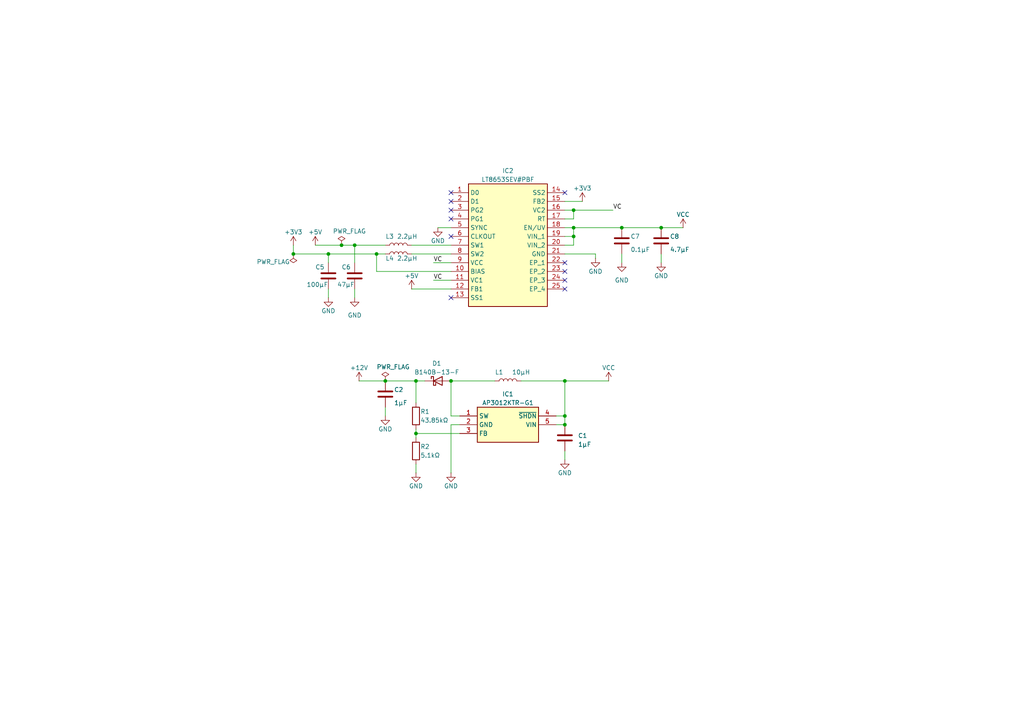
<source format=kicad_sch>
(kicad_sch (version 20250114) (generator "eeschema") (generator_version "9.0")
  (paper "A4")
  (lib_symbols
    (symbol "+5V_1" (power) (pin_numbers (hide yes)) (pin_names (offset 0) (hide yes))
      (property "Value" "+5V" (at 0 3.556 0))
      (symbol "+5V_1_0_1"
        (polyline (pts (xy -0.762 1.27) (xy 0 2.54)))
        (polyline (pts (xy 0 2.54) (xy 0.762 1.27)))
        (polyline (pts (xy 0 0) (xy 0 2.54)))
      )
      (symbol "+5V_1_1_1"
        (pin power_in line (at 0 0 90) (length 0) (name "~") (number "1"))
      )
    )
    (symbol "AP3012KTR-G1:AP3012KTR-G1"
      (property "Reference" "IC" (at 24.13 7.62 0))
      (property "Value" "AP3012KTR-G1" (at 24.13 5.08 0))
      (symbol "AP3012KTR-G1_1_1"
        (rectangle (start 5.08 2.54) (end 22.86 -7.62) (stroke (width 0.254)) (fill (type background)))
        (pin passive line (at 0 0 0) (length 5.08) (name "SW") (number "1"))
        (pin passive line (at 0 -2.54 0) (length 5.08) (name "GND") (number "2"))
        (pin passive line (at 0 -5.08 0) (length 5.08) (name "FB") (number "3"))
        (pin passive line (at 27.94 0 180) (length 5.08) (name "~{SHDN}") (number "4"))
        (pin passive line (at 27.94 -2.54 180) (length 5.08) (name "VIN") (number "5"))
      )
    )
    (symbol "Device:C" (pin_numbers (hide yes)) (pin_names (offset 0.254))
      (property "Reference" "C" (at 0.635 2.54 0))
      (property "Value" "C" (at 0.635 -2.54 0))
      (symbol "C_0_1"
        (polyline (pts (xy -2.032 0.762) (xy 2.032 0.762)) (stroke (width 0.508)))
        (polyline (pts (xy -2.032 -0.762) (xy 2.032 -0.762)) (stroke (width 0.508)))
      )
      (symbol "C_1_1"
        (pin passive line (at 0 3.81 270) (length 2.794) (name "~") (number "1"))
        (pin passive line (at 0 -3.81 90) (length 2.794) (name "~") (number "2"))
      )
    )
    (symbol "Device:D_Schottky" (pin_numbers (hide yes)) (pin_names (offset 1.016) (hide yes))
      (property "Reference" "D" (at 0 2.54 0))
      (property "Value" "D_Schottky" (at 0 -2.54 0))
      (symbol "D_Schottky_0_1"
        (polyline (pts (xy -1.905 0.635) (xy -1.905 1.27) (xy -1.27 1.27) (xy -1.27 -1.27) (xy -0.635 -1.27) (xy -0.635 -0.635)) (stroke (width 0.254)))
        (polyline (pts (xy 1.27 1.27) (xy 1.27 -1.27) (xy -1.27 0) (xy 1.27 1.27)) (stroke (width 0.254)))
        (polyline (pts (xy 1.27 0) (xy -1.27 0)))
      )
      (symbol "D_Schottky_1_1"
        (pin passive line (at -3.81 0 0) (length 2.54) (name "K") (number "1"))
        (pin passive line (at 3.81 0 180) (length 2.54) (name "A") (number "2"))
      )
    )
    (symbol "Device:L" (pin_numbers (hide yes)) (pin_names (offset 1.016) (hide yes))
      (property "Reference" "L" (at -1.27 0 90))
      (property "Value" "L" (at 1.905 0 90))
      (symbol "L_0_1"
        (arc (start 0 2.54) (mid 0.6323 1.905) (end 0 1.27))
        (arc (start 0 1.27) (mid 0.6323 0.635) (end 0 0))
        (arc (start 0 0) (mid 0.6323 -0.635) (end 0 -1.27))
        (arc (start 0 -1.27) (mid 0.6323 -1.905) (end 0 -2.54))
      )
      (symbol "L_1_1"
        (pin passive line (at 0 3.81 270) (length 1.27) (name "1") (number "1"))
        (pin passive line (at 0 -3.81 90) (length 1.27) (name "2") (number "2"))
      )
    )
    (symbol "Device:R" (pin_numbers (hide yes)) (pin_names (offset 0))
      (property "Reference" "R" (at 2.032 0 90))
      (property "Value" "R" (at 0 0 90))
      (symbol "R_0_1"
        (rectangle (start -1.016 -2.54) (end 1.016 2.54) (stroke (width 0.254)))
      )
      (symbol "R_1_1"
        (pin passive line (at 0 3.81 270) (length 1.27) (name "~") (number "1"))
        (pin passive line (at 0 -3.81 90) (length 1.27) (name "~") (number "2"))
      )
    )
    (symbol "LT8653SEV#PBF:LT8653SEV#PBF"
      (property "Reference" "IC" (at 29.21 7.62 0))
      (property "Value" "LT8653SEV#PBF" (at 29.21 5.08 0))
      (symbol "LT8653SEV#PBF_1_1"
        (rectangle (start 5.08 2.54) (end 27.94 -33.02) (stroke (width 0.254)) (fill (type background)))
        (pin passive line (at 0 0 0) (length 5.08) (name "D0") (number "1"))
        (pin passive line (at 0 -2.54 0) (length 5.08) (name "D1") (number "2"))
        (pin passive line (at 0 -5.08 0) (length 5.08) (name "PG2") (number "3"))
        (pin passive line (at 0 -7.62 0) (length 5.08) (name "PG1") (number "4"))
        (pin passive line (at 0 -10.16 0) (length 5.08) (name "SYNC") (number "5"))
        (pin passive line (at 0 -12.7 0) (length 5.08) (name "CLKOUT") (number "6"))
        (pin passive line (at 0 -15.24 0) (length 5.08) (name "SW1") (number "7"))
        (pin passive line (at 0 -17.78 0) (length 5.08) (name "SW2") (number "8"))
        (pin passive line (at 0 -20.32 0) (length 5.08) (name "VCC") (number "9"))
        (pin passive line (at 0 -22.86 0) (length 5.08) (name "BIAS") (number "10"))
        (pin passive line (at 0 -25.4 0) (length 5.08) (name "VC1") (number "11"))
        (pin passive line (at 0 -27.94 0) (length 5.08) (name "FB1") (number "12"))
        (pin passive line (at 0 -30.48 0) (length 5.08) (name "SS1") (number "13"))
        (pin passive line (at 33.02 0 180) (length 5.08) (name "SS2") (number "14"))
        (pin passive line (at 33.02 -2.54 180) (length 5.08) (name "FB2") (number "15"))
        (pin passive line (at 33.02 -5.08 180) (length 5.08) (name "VC2") (number "16"))
        (pin passive line (at 33.02 -7.62 180) (length 5.08) (name "RT") (number "17"))
        (pin passive line (at 33.02 -10.16 180) (length 5.08) (name "EN/UV") (number "18"))
        (pin passive line (at 33.02 -12.7 180) (length 5.08) (name "VIN_1") (number "19"))
        (pin passive line (at 33.02 -15.24 180) (length 5.08) (name "VIN_2") (number "20"))
        (pin passive line (at 33.02 -17.78 180) (length 5.08) (name "GND") (number "21"))
        (pin passive line (at 33.02 -20.32 180) (length 5.08) (name "EP_1") (number "22"))
        (pin passive line (at 33.02 -22.86 180) (length 5.08) (name "EP_2") (number "23"))
        (pin passive line (at 33.02 -25.4 180) (length 5.08) (name "EP_3") (number "24"))
        (pin passive line (at 33.02 -27.94 180) (length 5.08) (name "EP_4") (number "25"))
      )
    )
    (symbol "VCC_1" (power) (pin_numbers (hide yes)) (pin_names (offset 0) (hide yes))
      (property "Value" "VCC" (at 0 3.556 0))
      (symbol "VCC_1_0_1"
        (polyline (pts (xy -0.762 1.27) (xy 0 2.54)))
        (polyline (pts (xy 0 2.54) (xy 0.762 1.27)))
        (polyline (pts (xy 0 0) (xy 0 2.54)))
      )
      (symbol "VCC_1_1_1"
        (pin power_in line (at 0 0 90) (length 0) (name "~") (number "1"))
      )
    )
    (symbol "power:+12V" (power) (pin_numbers (hide yes)) (pin_names (offset 0) (hide yes))
      (property "Value" "+12V" (at 0 3.556 0))
      (symbol "+12V_0_1"
        (polyline (pts (xy -0.762 1.27) (xy 0 2.54)))
        (polyline (pts (xy 0 2.54) (xy 0.762 1.27)))
        (polyline (pts (xy 0 0) (xy 0 2.54)))
      )
      (symbol "+12V_1_1"
        (pin power_in line (at 0 0 90) (length 0) (name "~") (number "1"))
      )
    )
    (symbol "power:+3V3" (power) (pin_numbers (hide yes)) (pin_names (offset 0) (hide yes))
      (property "Value" "+3V3" (at 0 3.556 0))
      (symbol "+3V3_0_1"
        (polyline (pts (xy -0.762 1.27) (xy 0 2.54)))
        (polyline (pts (xy 0 2.54) (xy 0.762 1.27)))
        (polyline (pts (xy 0 0) (xy 0 2.54)))
      )
      (symbol "+3V3_1_1"
        (pin power_in line (at 0 0 90) (length 0) (name "~") (number "1"))
      )
    )
    (symbol "power:+5V" (power) (pin_numbers (hide yes)) (pin_names (offset 0) (hide yes))
      (property "Value" "+5V" (at 0 3.556 0))
      (symbol "+5V_0_1"
        (polyline (pts (xy -0.762 1.27) (xy 0 2.54)))
        (polyline (pts (xy 0 2.54) (xy 0.762 1.27)))
        (polyline (pts (xy 0 0) (xy 0 2.54)))
      )
      (symbol "+5V_1_1"
        (pin power_in line (at 0 0 90) (length 0) (name "~") (number "1"))
      )
    )
    (symbol "power:GND" (power) (pin_numbers (hide yes)) (pin_names (offset 0) (hide yes))
      (property "Value" "GND" (at 0 -3.81 0))
      (symbol "GND_0_1"
        (polyline (pts (xy 0 0) (xy 0 -1.27) (xy 1.27 -1.27) (xy 0 -2.54) (xy -1.27 -1.27) (xy 0 -1.27)))
      )
      (symbol "GND_1_1"
        (pin power_in line (at 0 0 270) (length 0) (name "~") (number "1"))
      )
    )
    (symbol "power:PWR_FLAG" (power) (pin_numbers (hide yes)) (pin_names (offset 0) (hide yes))
      (property "Value" "PWR_FLAG" (at 0 3.81 0))
      (symbol "PWR_FLAG_0_0"
        (pin power_out line (at 0 0 90) (length 0) (name "~") (number "1"))
      )
      (symbol "PWR_FLAG_0_1"
        (polyline (pts (xy 0 0) (xy 0 1.27) (xy -1.016 1.905) (xy 0 2.54) (xy 1.016 1.905) (xy 0 1.27)))
      )
    )
    (symbol "power:VCC" (power) (pin_numbers (hide yes)) (pin_names (offset 0) (hide yes))
      (property "Value" "VCC" (at 0 3.556 0))
      (symbol "VCC_0_1"
        (polyline (pts (xy -0.762 1.27) (xy 0 2.54)))
        (polyline (pts (xy 0 2.54) (xy 0.762 1.27)))
        (polyline (pts (xy 0 0) (xy 0 2.54)))
      )
      (symbol "VCC_1_1"
        (pin power_in line (at 0 0 90) (length 0) (name "~") (number "1"))
      )
    )
  )
  (junction (at 163.83 110.49))
  (junction (at 95.25 73.66))
  (junction (at 109.22 73.66))
  (junction (at 166.37 68.58))
  (junction (at 120.65 125.73))
  (junction (at 180.34 66.04))
  (junction (at 85.09 73.66))
  (junction (at 102.87 71.12))
  (junction (at 163.83 123.19))
  (junction (at 166.37 66.04))
  (junction (at 120.65 110.49))
  (junction (at 111.76 110.49))
  (junction (at 163.83 120.65))
  (junction (at 166.37 60.96))
  (junction (at 99.06 71.12))
  (junction (at 130.81 110.49))
  (junction (at 191.77 66.04))
  (no_connect (at 130.81 68.58))
  (no_connect (at 163.83 81.28))
  (no_connect (at 163.83 83.82))
  (no_connect (at 130.81 55.88))
  (no_connect (at 163.83 55.88))
  (no_connect (at 163.83 76.2))
  (no_connect (at 163.83 78.74))
  (no_connect (at 130.81 63.5))
  (no_connect (at 130.81 58.42))
  (no_connect (at 130.81 60.96))
  (no_connect (at 130.81 86.36))
  (wire (pts (xy 120.65 110.49) (xy 120.65 116.84)))
  (wire (pts (xy 191.77 73.66) (xy 191.77 76.2)))
  (wire (pts (xy 125.73 76.2) (xy 130.81 76.2)))
  (wire (pts (xy 163.83 110.49) (xy 163.83 120.65)))
  (wire (pts (xy 172.72 73.66) (xy 172.72 74.93)))
  (wire (pts (xy 166.37 66.04) (xy 180.34 66.04)))
  (wire (pts (xy 120.65 124.46) (xy 120.65 125.73)))
  (wire (pts (xy 163.83 73.66) (xy 172.72 73.66)))
  (wire (pts (xy 125.73 81.28) (xy 130.81 81.28)))
  (wire (pts (xy 109.22 73.66) (xy 109.22 78.74)))
  (wire (pts (xy 120.65 110.49) (xy 123.19 110.49)))
  (wire (pts (xy 102.87 71.12) (xy 102.87 76.2)))
  (wire (pts (xy 127 66.04) (xy 130.81 66.04)))
  (wire (pts (xy 99.06 71.12) (xy 102.87 71.12)))
  (wire (pts (xy 163.83 63.5) (xy 166.37 63.5)))
  (wire (pts (xy 161.29 120.65) (xy 163.83 120.65)))
  (wire (pts (xy 166.37 60.96) (xy 177.8 60.96)))
  (wire (pts (xy 180.34 73.66) (xy 180.34 76.2)))
  (wire (pts (xy 91.44 71.12) (xy 99.06 71.12)))
  (wire (pts (xy 166.37 71.12) (xy 163.83 71.12)))
  (wire (pts (xy 163.83 58.42) (xy 168.91 58.42)))
  (wire (pts (xy 104.14 110.49) (xy 111.76 110.49)))
  (wire (pts (xy 166.37 68.58) (xy 166.37 71.12)))
  (wire (pts (xy 151.13 110.49) (xy 163.83 110.49)))
  (wire (pts (xy 163.83 66.04) (xy 166.37 66.04)))
  (wire (pts (xy 109.22 78.74) (xy 130.81 78.74)))
  (wire (pts (xy 111.76 110.49) (xy 120.65 110.49)))
  (wire (pts (xy 130.81 110.49) (xy 143.51 110.49)))
  (wire (pts (xy 119.38 83.82) (xy 130.81 83.82)))
  (wire (pts (xy 163.83 68.58) (xy 166.37 68.58)))
  (wire (pts (xy 95.25 83.82) (xy 95.25 86.36)))
  (wire (pts (xy 95.25 76.2) (xy 95.25 73.66)))
  (wire (pts (xy 109.22 73.66) (xy 111.76 73.66)))
  (wire (pts (xy 133.35 123.19) (xy 130.81 123.19)))
  (wire (pts (xy 133.35 125.73) (xy 120.65 125.73)))
  (wire (pts (xy 161.29 123.19) (xy 163.83 123.19)))
  (wire (pts (xy 120.65 134.62) (xy 120.65 137.16)))
  (wire (pts (xy 120.65 125.73) (xy 120.65 127)))
  (wire (pts (xy 102.87 83.82) (xy 102.87 86.36)))
  (wire (pts (xy 166.37 60.96) (xy 163.83 60.96)))
  (wire (pts (xy 130.81 123.19) (xy 130.81 137.16)))
  (wire (pts (xy 163.83 110.49) (xy 176.53 110.49)))
  (wire (pts (xy 180.34 66.04) (xy 191.77 66.04)))
  (wire (pts (xy 133.35 120.65) (xy 130.81 120.65)))
  (wire (pts (xy 111.76 118.11) (xy 111.76 120.65)))
  (wire (pts (xy 163.83 130.81) (xy 163.83 133.35)))
  (wire (pts (xy 119.38 71.12) (xy 130.81 71.12)))
  (wire (pts (xy 163.83 120.65) (xy 163.83 123.19)))
  (wire (pts (xy 102.87 71.12) (xy 111.76 71.12)))
  (wire (pts (xy 166.37 66.04) (xy 166.37 68.58)))
  (wire (pts (xy 191.77 66.04) (xy 198.12 66.04)))
  (wire (pts (xy 119.38 73.66) (xy 130.81 73.66)))
  (wire (pts (xy 85.09 73.66) (xy 85.09 71.12)))
  (wire (pts (xy 130.81 120.65) (xy 130.81 110.49)))
  (wire (pts (xy 166.37 63.5) (xy 166.37 60.96)))
  (wire (pts (xy 95.25 73.66) (xy 109.22 73.66)))
  (wire (pts (xy 85.09 73.66) (xy 95.25 73.66)))
  (label "VC" (at 177.8 60.96 0))
  (label "VC" (at 125.73 81.28 0))
  (label "VC" (at 125.73 76.2 0))
  (symbol (lib_id "power:+5V") (at 91.44 71.12 0) (unit 1)
    (property "Reference" "#PWR013" (effects (hide yes)))
    (property "Value" "+5V" (at 91.44 67.31 0))
    (property "Description" "Power symbol creates a global label with name \"+5V\"" (effects (hide yes)))
  )
  (symbol (lib_id "power:+3V3") (at 85.09 71.12 0) (unit 1)
    (property "Reference" "#PWR012" (effects (hide yes)))
    (property "Value" "+3V3" (at 85.09 67.31 0))
    (property "Description" "Power symbol creates a global label with name \"+3V3\"" (effects (hide yes)))
  )
  (symbol (lib_id "Device:L") (at 115.57 71.12 90) (unit 1)
    (property "Reference" "L3" (at 113.03 68.58 90))
    (property "Value" "2.2µH" (at 118.11 68.58 90))
    (property "Footprint" "XFL4020-222MEB:XFL4020-222ME" (effects (hide yes)))
    (property "Part" "XFL4020-222ME" (effects (hide yes)))
  )
  (symbol (lib_id "power:GND") (at 191.77 76.2 0) (unit 1)
    (property "Reference" "#PWR021" (effects (hide yes)))
    (property "Value" "GND" (at 191.77 80.01 0))
    (property "Description" "Power symbol creates a global label with name \"GND\" , ground" (effects (hide yes)))
  )
  (symbol (lib_id "power:PWR_FLAG") (at 85.09 73.66 180) (unit 1)
    (property "Reference" "#FLG02" (effects (hide yes)))
    (property "Value" "PWR_FLAG" (at 79.248 75.946 0))
    (property "Description" "Special symbol for telling ERC where power comes from" (effects (hide yes)))
  )
  (symbol (lib_id "power:PWR_FLAG") (at 99.06 71.12 0) (unit 1)
    (property "Reference" "#FLG01" (effects (hide yes)))
    (property "Value" "PWR_FLAG" (at 101.346 67.056 0))
    (property "Description" "Special symbol for telling ERC where power comes from" (effects (hide yes)))
  )
  (symbol (lib_name "VCC_1") (lib_id "power:VCC") (at 198.12 66.04 0) (unit 1)
    (property "Reference" "#PWR022" (effects (hide yes)))
    (property "Value" "VCC" (at 198.12 62.23 0))
    (property "Description" "Power symbol creates a global label with name \"VCC\"" (effects (hide yes)))
  )
  (symbol (lib_id "power:GND") (at 163.83 133.35 0) (unit 1)
    (property "Reference" "#PWR02" (effects (hide yes)))
    (property "Value" "GND" (at 163.83 137.16 0))
    (property "Description" "Power symbol creates a global label with name \"GND\" , ground" (effects (hide yes)))
  )
  (symbol (lib_id "Device:C") (at 95.25 80.01 0) (unit 1)
    (property "Reference" "C5" (at 91.44 77.47 0) (effects (justify left)))
    (property "Value" "100µF" (at 88.9 82.55 0) (effects (justify left)))
    (property "Footprint" "Capacitor_SMD:C_1210_3225Metric" (effects (hide yes)))
    (property "Part" "GRM32ER61A107ME20L" (effects (hide yes)))
  )
  (symbol (lib_id "Device:R") (at 120.65 130.81 0) (unit 1)
    (property "Reference" "R2" (at 121.92 129.54 0) (effects (justify left)))
    (property "Value" "5.1kΩ" (at 121.92 132.08 0) (effects (justify left)))
    (property "Footprint" "Resistor_SMD:R_0402_1005Metric" (effects (hide yes)))
  )
  (symbol (lib_id "power:GND") (at 172.72 74.93 0) (unit 1)
    (property "Reference" "#PWR019" (effects (hide yes)))
    (property "Value" "GND" (at 172.72 78.74 0))
    (property "Description" "Power symbol creates a global label with name \"GND\" , ground" (effects (hide yes)))
  )
  (symbol (lib_id "AP3012KTR-G1:AP3012KTR-G1") (at 133.35 120.65 0) (unit 1)
    (property "Reference" "IC1" (at 147.32 114.3 0))
    (property "Value" "AP3012KTR-G1" (at 147.32 116.84 0))
    (property "Footprint" "AP3012KTR-G1:SOT95P282X145-5N" (effects (hide yes)))
    (property "Datasheet" "https://www.diodes.com/assets/Datasheets/AP3012.pdf" (effects (hide yes)))
    (property "Height" "1.45" (effects (hide yes)))
    (property "Manufacturer_Name" "Diodes Incorporated" (effects (hide yes)))
    (property "Manufacturer_Part_Number" "AP3012KTR-G1" (effects (hide yes)))
    (property "Mouser Part Number" "621-AP3012KTR-G1" (effects (hide yes)))
    (property "Mouser Price/Stock" "https://www.mouser.co.uk/ProductDetail/Diodes-Incorporated/AP3012KTR-G1?qs=x6A8l6qLYDDQ%252B3KTjfzHFg%3D%3D" (effects (hide yes)))
    (property "Arrow Part Number" "AP3012KTR-G1" (effects (hide yes)))
    (property "Arrow Price/Stock" "https://www.arrow.com/en/products/ap3012ktr-g1/diodes-incorporated?utm_currency=USD&region=europe" (effects (hide yes)))
  )
  (symbol (lib_id "Device:D_Schottky") (at 127 110.49 0) (unit 1)
    (property "Reference" "D1" (at 126.6825 105.41 0))
    (property "Value" "B140B-13-F" (at 126.6825 107.95 0))
    (property "Footprint" "B140B-13-F:DIOM5226X240N" (effects (hide yes)))
  )
  (symbol (lib_id "Device:L") (at 115.57 73.66 90) (unit 1)
    (property "Reference" "L4" (at 113.03 74.93 90))
    (property "Value" "2.2µH" (at 118.11 74.93 90))
    (property "Footprint" "XFL4020-222MEB:XFL4020-222ME" (effects (hide yes)))
    (property "Part" "XFL4020-222ME" (effects (hide yes)))
  )
  (symbol (lib_id "Device:C") (at 163.83 127 0) (unit 1)
    (property "Reference" "C1" (at 167.64 126.365 0) (effects (justify left)))
    (property "Value" "1µF" (at 167.64 128.905 0) (effects (justify left)))
    (property "Footprint" "Capacitor_SMD:C_0805_2012Metric" (effects (hide yes)))
    (property "Part" "GCM21BR71E105KA56L" (effects (hide yes)))
  )
  (symbol (lib_id "power:GND") (at 127 66.04 0) (unit 1)
    (property "Reference" "#PWR017" (effects (hide yes)))
    (property "Value" "GND" (at 127 69.85 0))
    (property "Description" "Power symbol creates a global label with name \"GND\" , ground" (effects (hide yes)))
  )
  (symbol (lib_id "power:GND") (at 111.76 120.65 0) (unit 1)
    (property "Reference" "#PWR05" (effects (hide yes)))
    (property "Value" "GND" (at 111.76 124.46 0))
    (property "Description" "Power symbol creates a global label with name \"GND\" , ground" (effects (hide yes)))
  )
  (symbol (lib_id "power:PWR_FLAG") (at 111.76 110.49 0) (unit 1)
    (property "Reference" "#FLG03" (effects (hide yes)))
    (property "Value" "PWR_FLAG" (at 114.046 106.426 0))
    (property "Description" "Special symbol for telling ERC where power comes from" (effects (hide yes)))
  )
  (symbol (lib_id "LT8653SEV#PBF:LT8653SEV#PBF") (at 130.81 55.88 0) (unit 1)
    (property "Reference" "IC2" (at 147.32 49.53 0))
    (property "Value" "LT8653SEV#PBF" (at 147.32 52.07 0))
    (property "Footprint" "LT8653SEV#PBF:LT8653SEVPBF" (effects (hide yes)))
    (property "Datasheet" "https://www.analog.com/media/en/technical-documentation/data-sheets/lt8653s.pdf" (effects (hide yes)))
    (property "Height" "1.03" (effects (hide yes)))
    (property "Manufacturer_Name" "Analog Devices" (effects (hide yes)))
    (property "Manufacturer_Part_Number" "LT8653SEV#PBF" (effects (hide yes)))
    (property "Mouser Part Number" "584-LT8653SEV#PBF" (effects (hide yes)))
    (property "Mouser Price/Stock" "https://www.mouser.co.uk/ProductDetail/Analog-Devices/LT8653SEVPBF?qs=wnTfsH77Xs5zw0G09dc%252Bcw%3D%3D" (effects (hide yes)))
    (property "Arrow Part Number" "LT8653SEV#PBF" (effects (hide yes)))
    (property "Arrow Price/Stock" "https://www.arrow.com/en/products/lt8653sevpbf/analog-devices?utm_currency=USD&region=nac" (effects (hide yes)))
  )
  (symbol (lib_id "power:GND") (at 130.81 137.16 0) (unit 1)
    (property "Reference" "#PWR03" (effects (hide yes)))
    (property "Value" "GND" (at 130.81 140.97 0))
    (property "Description" "Power symbol creates a global label with name \"GND\" , ground" (effects (hide yes)))
  )
  (symbol (lib_id "power:GND") (at 95.25 86.36 0) (unit 1)
    (property "Reference" "#PWR014" (effects (hide yes)))
    (property "Value" "GND" (at 95.25 90.17 0))
    (property "Description" "Power symbol creates a global label with name \"GND\" , ground" (effects (hide yes)))
  )
  (symbol (lib_name "+5V_1") (lib_id "power:+5V") (at 119.38 83.82 0) (unit 1)
    (property "Reference" "#PWR016" (effects (hide yes)))
    (property "Value" "+5V" (at 119.38 80.01 0))
    (property "Description" "Power symbol creates a global label with name \"+5V\"" (effects (hide yes)))
  )
  (symbol (lib_id "Device:C") (at 102.87 80.01 0) (unit 1)
    (property "Reference" "C6" (at 99.06 77.47 0) (effects (justify left)))
    (property "Value" "47µF" (at 97.79 82.55 0) (effects (justify left)))
    (property "Footprint" "Capacitor_SMD:C_1210_3225Metric" (effects (hide yes)))
    (property "Part" "GRM32ER61A476KE20K" (effects (hide yes)))
  )
  (symbol (lib_id "power:GND") (at 180.34 76.2 0) (unit 1)
    (property "Reference" "#PWR020" (effects (hide yes)))
    (property "Value" "GND" (at 180.34 81.28 0))
    (property "Description" "Power symbol creates a global label with name \"GND\" , ground" (effects (hide yes)))
  )
  (symbol (lib_id "Device:C") (at 180.34 69.85 0) (unit 1)
    (property "Reference" "C7" (at 182.88 68.58 0) (effects (justify left)))
    (property "Value" "0.1µF" (at 182.88 72.39 0) (effects (justify left)))
    (property "Footprint" "Capacitor_SMD:C_0402_1005Metric" (effects (hide yes)))
    (property "Part" "GRM155R71H104KE14J" (effects (hide yes)))
  )
  (symbol (lib_id "power:GND") (at 102.87 86.36 0) (unit 1)
    (property "Reference" "#PWR015" (effects (hide yes)))
    (property "Value" "GND" (at 102.87 91.44 0))
    (property "Description" "Power symbol creates a global label with name \"GND\" , ground" (effects (hide yes)))
  )
  (symbol (lib_id "Device:C") (at 191.77 69.85 0) (unit 1)
    (property "Reference" "C8" (at 194.31 68.58 0) (effects (justify left)))
    (property "Value" "4.7µF" (at 194.31 72.39 0) (effects (justify left)))
    (property "Footprint" "Capacitor_SMD:C_1206_3216Metric" (effects (hide yes)))
    (property "Part" "GRM31CR71H475KA12L" (effects (hide yes)))
  )
  (symbol (lib_id "power:GND") (at 120.65 137.16 0) (unit 1)
    (property "Reference" "#PWR04" (effects (hide yes)))
    (property "Value" "GND" (at 120.65 140.97 0))
    (property "Description" "Power symbol creates a global label with name \"GND\" , ground" (effects (hide yes)))
  )
  (symbol (lib_id "Device:L") (at 147.32 110.49 90) (unit 1)
    (property "Reference" "L1" (at 144.78 107.95 90))
    (property "Value" "10µH" (at 151.13 107.95 90))
    (property "Footprint" "74438336100:WE-MAPI_3020" (effects (hide yes)))
    (property "Part" "74438336100" (effects (hide yes)))
  )
  (symbol (lib_id "Device:C") (at 111.76 114.3 0) (unit 1)
    (property "Reference" "C2" (at 114.3 113.03 0) (effects (justify left)))
    (property "Value" "1µF" (at 114.3 116.84 0) (effects (justify left)))
    (property "Footprint" "Capacitor_SMD:C_0805_2012Metric" (effects (hide yes)))
    (property "Part" "GCM21BR7YA105KA55L" (effects (hide yes)))
  )
  (symbol (lib_id "power:+12V") (at 104.14 110.49 0) (unit 1)
    (property "Reference" "#PWR06" (effects (hide yes)))
    (property "Value" "+12V" (at 104.14 106.68 0))
    (property "Description" "Power symbol creates a global label with name \"+12V\"" (effects (hide yes)))
  )
  (symbol (lib_id "Device:R") (at 120.65 120.65 0) (unit 1)
    (property "Reference" "R1" (at 121.92 119.38 0) (effects (justify left)))
    (property "Value" "43.85kΩ" (at 121.92 121.92 0) (effects (justify left)))
    (property "Footprint" "Resistor_SMD:R_0402_1005Metric" (effects (hide yes)))
  )
  (symbol (lib_id "power:VCC") (at 176.53 110.49 0) (unit 1)
    (property "Reference" "#PWR01" (effects (hide yes)))
    (property "Value" "VCC" (at 176.53 106.68 0))
    (property "Description" "Power symbol creates a global label with name \"VCC\"" (effects (hide yes)))
  )
  (symbol (lib_id "power:+3V3") (at 168.91 58.42 0) (unit 1)
    (property "Reference" "#PWR018" (effects (hide yes)))
    (property "Value" "+3V3" (at 168.91 54.61 0))
    (property "Description" "Power symbol creates a global label with name \"+3V3\"" (effects (hide yes)))
  )
)
</source>
